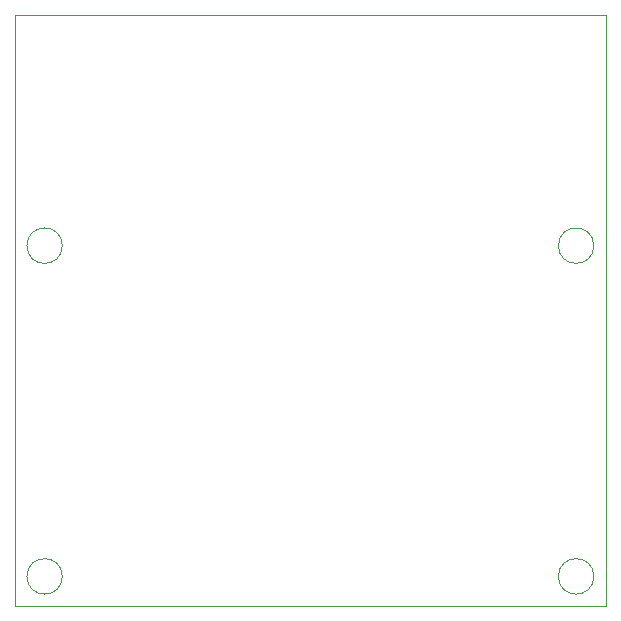
<source format=gbr>
G04 #@! TF.GenerationSoftware,KiCad,Pcbnew,(5.1.2)-2*
G04 #@! TF.CreationDate,2020-01-23T10:25:17+01:00*
G04 #@! TF.ProjectId,JoeyJoebags,4a6f6579-4a6f-4656-9261-67732e6b6963,rev?*
G04 #@! TF.SameCoordinates,Original*
G04 #@! TF.FileFunction,Profile,NP*
%FSLAX46Y46*%
G04 Gerber Fmt 4.6, Leading zero omitted, Abs format (unit mm)*
G04 Created by KiCad (PCBNEW (5.1.2)-2) date 2020-01-23 10:25:17*
%MOMM*%
%LPD*%
G04 APERTURE LIST*
%ADD10C,0.050000*%
G04 APERTURE END LIST*
D10*
X189878460Y-85387600D02*
G75*
G03X189878460Y-85387600I-1500000J0D01*
G01*
X144878460Y-85387600D02*
G75*
G03X144878460Y-85387600I-1500000J0D01*
G01*
X144878460Y-113387600D02*
G75*
G03X144878460Y-113387600I-1500000J0D01*
G01*
X189878460Y-113387600D02*
G75*
G03X189878460Y-113387600I-1500000J0D01*
G01*
X140878460Y-65887600D02*
X190878460Y-65887600D01*
X140878460Y-65887600D02*
X140878460Y-115887600D01*
X140878460Y-115887600D02*
X190878460Y-115887600D01*
X190878460Y-65887600D02*
X190878460Y-115887600D01*
M02*

</source>
